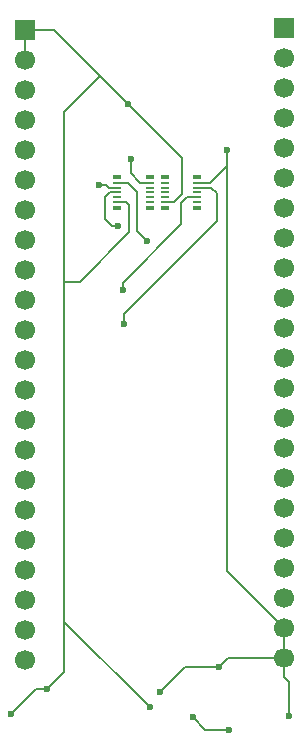
<source format=gbr>
%TF.GenerationSoftware,KiCad,Pcbnew,9.0.2*%
%TF.CreationDate,2025-06-27T21:37:16+02:00*%
%TF.ProjectId,flex_aufsatz,666c6578-5f61-4756-9673-61747a2e6b69,rev?*%
%TF.SameCoordinates,Original*%
%TF.FileFunction,Copper,L2,Bot*%
%TF.FilePolarity,Positive*%
%FSLAX46Y46*%
G04 Gerber Fmt 4.6, Leading zero omitted, Abs format (unit mm)*
G04 Created by KiCad (PCBNEW 9.0.2) date 2025-06-27 21:37:16*
%MOMM*%
%LPD*%
G01*
G04 APERTURE LIST*
%TA.AperFunction,Conductor*%
%ADD10C,0.200000*%
%TD*%
%TA.AperFunction,ComponentPad*%
%ADD11R,1.700000X1.700000*%
%TD*%
%TA.AperFunction,ComponentPad*%
%ADD12C,1.700000*%
%TD*%
%TA.AperFunction,SMDPad,CuDef*%
%ADD13R,0.660000X0.230000*%
%TD*%
%TA.AperFunction,SMDPad,CuDef*%
%ADD14R,0.660000X0.350000*%
%TD*%
%TA.AperFunction,ViaPad*%
%ADD15C,0.600000*%
%TD*%
G04 APERTURE END LIST*
D10*
%TO.N,/MIC_CLK0*%
X104550000Y-113925000D02*
X104375000Y-114075000D01*
%TO.N,GND*%
X111950000Y-113125000D02*
X113025000Y-113125000D01*
X107900000Y-113125000D02*
X107125000Y-113125000D01*
%TO.N,+3.3V*%
X109250000Y-114725000D02*
X109950000Y-114725000D01*
%TO.N,/MIC_CLK1*%
X111950000Y-114325000D02*
X111075000Y-114325000D01*
%TO.N,/MIC_DOUT_2*%
X111950000Y-113525000D02*
X113050000Y-113525000D01*
%TO.N,+3.3V*%
X105175000Y-114725000D02*
X105900000Y-114725000D01*
%TO.N,/MIC_DOUT_1*%
X104450000Y-113525000D02*
X104300000Y-113375000D01*
X105250000Y-113525000D02*
X104450000Y-113525000D01*
%TO.N,/MIC_CLK0*%
X104550000Y-113925000D02*
X105250000Y-113925000D01*
%TO.N,/MIC_DOUT_0*%
X105200000Y-113100000D02*
X105900000Y-113100000D01*
%TD*%
D11*
%TO.P,J1,1,Pin_1*%
%TO.N,+3.3V*%
X97400000Y-100160000D03*
D12*
%TO.P,J1,2,Pin_2*%
X97400000Y-102700000D03*
%TO.P,J1,3,Pin_3*%
%TO.N,unconnected-(J1-Pin_3-Pad3)*%
X97400000Y-105240000D03*
%TO.P,J1,4,Pin_4*%
%TO.N,/WS*%
X97400000Y-107780000D03*
%TO.P,J1,5,Pin_5*%
%TO.N,/BCLK*%
X97400000Y-110320000D03*
%TO.P,J1,6,Pin_6*%
%TO.N,unconnected-(J1-Pin_6-Pad6)*%
X97400000Y-112860000D03*
%TO.P,J1,7,Pin_7*%
%TO.N,unconnected-(J1-Pin_7-Pad7)*%
X97400000Y-115400000D03*
%TO.P,J1,8,Pin_8*%
%TO.N,unconnected-(J1-Pin_8-Pad8)*%
X97400000Y-117940000D03*
%TO.P,J1,9,Pin_9*%
%TO.N,unconnected-(J1-Pin_9-Pad9)*%
X97400000Y-120480000D03*
%TO.P,J1,10,Pin_10*%
%TO.N,unconnected-(J1-Pin_10-Pad10)*%
X97400000Y-123020000D03*
%TO.P,J1,11,Pin_11*%
%TO.N,unconnected-(J1-Pin_11-Pad11)*%
X97400000Y-125560000D03*
%TO.P,J1,12,Pin_12*%
%TO.N,unconnected-(J1-Pin_12-Pad12)*%
X97400000Y-128100000D03*
%TO.P,J1,13,Pin_13*%
%TO.N,unconnected-(J1-Pin_13-Pad13)*%
X97400000Y-130640000D03*
%TO.P,J1,14,Pin_14*%
%TO.N,unconnected-(J1-Pin_14-Pad14)*%
X97400000Y-133180000D03*
%TO.P,J1,15,Pin_15*%
%TO.N,unconnected-(J1-Pin_15-Pad15)*%
X97400000Y-135720000D03*
%TO.P,J1,16,Pin_16*%
%TO.N,unconnected-(J1-Pin_16-Pad16)*%
X97400000Y-138260000D03*
%TO.P,J1,17,Pin_17*%
%TO.N,unconnected-(J1-Pin_17-Pad17)*%
X97400000Y-140800000D03*
%TO.P,J1,18,Pin_18*%
%TO.N,/TDM_DATA*%
X97400000Y-143340000D03*
%TO.P,J1,19,Pin_19*%
%TO.N,unconnected-(J1-Pin_19-Pad19)*%
X97400000Y-145880000D03*
%TO.P,J1,20,Pin_20*%
%TO.N,unconnected-(J1-Pin_20-Pad20)*%
X97400000Y-148420000D03*
%TO.P,J1,21,Pin_21*%
%TO.N,unconnected-(J1-Pin_21-Pad21)*%
X97400000Y-150960000D03*
%TO.P,J1,22,Pin_22*%
%TO.N,GND*%
X97400000Y-153500000D03*
%TD*%
D11*
%TO.P,J2,1,Pin_1*%
%TO.N,GND*%
X119300000Y-100000000D03*
D12*
%TO.P,J2,2,Pin_2*%
%TO.N,unconnected-(J2-Pin_2-Pad2)*%
X119300000Y-102540000D03*
%TO.P,J2,3,Pin_3*%
%TO.N,unconnected-(J2-Pin_3-Pad3)*%
X119300000Y-105080000D03*
%TO.P,J2,4,Pin_4*%
%TO.N,unconnected-(J2-Pin_4-Pad4)*%
X119300000Y-107620000D03*
%TO.P,J2,5,Pin_5*%
%TO.N,unconnected-(J2-Pin_5-Pad5)*%
X119300000Y-110160000D03*
%TO.P,J2,6,Pin_6*%
%TO.N,unconnected-(J2-Pin_6-Pad6)*%
X119300000Y-112700000D03*
%TO.P,J2,7,Pin_7*%
%TO.N,unconnected-(J2-Pin_7-Pad7)*%
X119300000Y-115240000D03*
%TO.P,J2,8,Pin_8*%
%TO.N,unconnected-(J2-Pin_8-Pad8)*%
X119300000Y-117780000D03*
%TO.P,J2,9,Pin_9*%
%TO.N,unconnected-(J2-Pin_9-Pad9)*%
X119300000Y-120320000D03*
%TO.P,J2,10,Pin_10*%
%TO.N,unconnected-(J2-Pin_10-Pad10)*%
X119300000Y-122860000D03*
%TO.P,J2,11,Pin_11*%
%TO.N,unconnected-(J2-Pin_11-Pad11)*%
X119300000Y-125400000D03*
%TO.P,J2,12,Pin_12*%
%TO.N,unconnected-(J2-Pin_12-Pad12)*%
X119300000Y-127940000D03*
%TO.P,J2,13,Pin_13*%
%TO.N,unconnected-(J2-Pin_13-Pad13)*%
X119300000Y-130480000D03*
%TO.P,J2,14,Pin_14*%
%TO.N,unconnected-(J2-Pin_14-Pad14)*%
X119300000Y-133020000D03*
%TO.P,J2,15,Pin_15*%
%TO.N,unconnected-(J2-Pin_15-Pad15)*%
X119300000Y-135560000D03*
%TO.P,J2,16,Pin_16*%
%TO.N,unconnected-(J2-Pin_16-Pad16)*%
X119300000Y-138100000D03*
%TO.P,J2,17,Pin_17*%
%TO.N,unconnected-(J2-Pin_17-Pad17)*%
X119300000Y-140640000D03*
%TO.P,J2,18,Pin_18*%
%TO.N,unconnected-(J2-Pin_18-Pad18)*%
X119300000Y-143180000D03*
%TO.P,J2,19,Pin_19*%
%TO.N,unconnected-(J2-Pin_19-Pad19)*%
X119300000Y-145720000D03*
%TO.P,J2,20,Pin_20*%
%TO.N,unconnected-(J2-Pin_20-Pad20)*%
X119300000Y-148260000D03*
%TO.P,J2,21,Pin_21*%
%TO.N,GND*%
X119300000Y-150800000D03*
%TO.P,J2,22,Pin_22*%
X119300000Y-153340000D03*
%TD*%
D13*
%TO.P,J4,1,1*%
%TO.N,+3.3V*%
X109240000Y-114725000D03*
%TO.P,J4,2,2*%
%TO.N,unconnected-(J4-Pad2)*%
X111950000Y-114725000D03*
%TO.P,J4,3,3*%
%TO.N,unconnected-(J4-Pad3)*%
X109240000Y-114325000D03*
%TO.P,J4,4,4*%
%TO.N,/MIC_CLK1*%
X111950000Y-114325000D03*
%TO.P,J4,5,5*%
%TO.N,unconnected-(J4-Pad5)*%
X109240000Y-113925000D03*
%TO.P,J4,6,6*%
%TO.N,unconnected-(J4-Pad6)*%
X111950000Y-113925000D03*
%TO.P,J4,7,7*%
%TO.N,unconnected-(J4-Pad7)*%
X109240000Y-113525000D03*
%TO.P,J4,8,8*%
%TO.N,/MIC_DOUT_2*%
X111950000Y-113525000D03*
%TO.P,J4,9,9*%
%TO.N,unconnected-(J4-Pad9)*%
X109240000Y-113125000D03*
%TO.P,J4,10,10*%
%TO.N,GND*%
X111950000Y-113125000D03*
D14*
%TO.P,J4,SH1*%
%TO.N,N/C*%
X109240000Y-115200000D03*
%TO.P,J4,SH2*%
X111950000Y-115200000D03*
%TO.P,J4,SH3*%
X109240000Y-112650000D03*
%TO.P,J4,SH4*%
X111950000Y-112650000D03*
%TD*%
D13*
%TO.P,J3,1,1*%
%TO.N,+3.3V*%
X105190000Y-114725000D03*
%TO.P,J3,2,2*%
%TO.N,unconnected-(J3-Pad2)*%
X107900000Y-114725000D03*
%TO.P,J3,3,3*%
%TO.N,unconnected-(J3-Pad3)*%
X105190000Y-114325000D03*
%TO.P,J3,4,4*%
%TO.N,unconnected-(J3-Pad4)*%
X107900000Y-114325000D03*
%TO.P,J3,5,5*%
%TO.N,/MIC_CLK0*%
X105190000Y-113925000D03*
%TO.P,J3,6,6*%
%TO.N,unconnected-(J3-Pad6)*%
X107900000Y-113925000D03*
%TO.P,J3,7,7*%
%TO.N,/MIC_DOUT_1*%
X105190000Y-113525000D03*
%TO.P,J3,8,8*%
%TO.N,unconnected-(J3-Pad8)*%
X107900000Y-113525000D03*
%TO.P,J3,9,9*%
%TO.N,/MIC_DOUT_0*%
X105190000Y-113125000D03*
%TO.P,J3,10,10*%
%TO.N,GND*%
X107900000Y-113125000D03*
D14*
%TO.P,J3,SH1*%
%TO.N,N/C*%
X105190000Y-115200000D03*
%TO.P,J3,SH2*%
X107900000Y-115200000D03*
%TO.P,J3,SH3*%
X105190000Y-112650000D03*
%TO.P,J3,SH4*%
X107900000Y-112650000D03*
%TD*%
D15*
%TO.N,GND*%
X114450000Y-110325000D03*
X106300000Y-111050000D03*
%TO.N,/MIC_CLK1*%
X105625000Y-122150000D03*
%TO.N,/MIC_DOUT_1*%
X103625000Y-113275000D03*
%TO.N,+3.3V*%
X107950000Y-157500000D03*
X106075000Y-106425000D03*
X111550000Y-158350000D03*
X96150000Y-158100000D03*
X99250000Y-155950000D03*
X114600000Y-159399000D03*
%TO.N,GND*%
X108750000Y-156250000D03*
X119700000Y-158250000D03*
X113800000Y-154100000D03*
%TO.N,/MIC_CLK0*%
X105200000Y-116750000D03*
%TO.N,/MIC_DOUT_0*%
X107700000Y-118050000D03*
%TO.N,/MIC_DOUT_2*%
X105700000Y-125050000D03*
%TD*%
D10*
%TO.N,/MIC_CLK0*%
X104150000Y-114300000D02*
X104375000Y-114075000D01*
X104725000Y-116750000D02*
X104150000Y-116175000D01*
X105200000Y-116750000D02*
X104725000Y-116750000D01*
X104150000Y-116175000D02*
X104150000Y-114300000D01*
%TO.N,/MIC_DOUT_0*%
X106825000Y-117175000D02*
X107700000Y-118050000D01*
X106075000Y-113100000D02*
X106825000Y-113850000D01*
X105900000Y-113100000D02*
X106075000Y-113100000D01*
X106825000Y-113850000D02*
X106825000Y-117175000D01*
%TO.N,GND*%
X114450000Y-145950000D02*
X119300000Y-150800000D01*
X114450000Y-111700000D02*
X114450000Y-145950000D01*
X114450000Y-111700000D02*
X114450000Y-110325000D01*
X113925000Y-112225000D02*
X114450000Y-111700000D01*
X113025000Y-113125000D02*
X113925000Y-112225000D01*
X106300000Y-112300000D02*
X106300000Y-111050000D01*
X107125000Y-113125000D02*
X106300000Y-112300000D01*
%TO.N,+3.3V*%
X110650000Y-114025000D02*
X110212500Y-114462500D01*
X110650000Y-111000000D02*
X110650000Y-114025000D01*
X110212500Y-114462500D02*
X109950000Y-114725000D01*
X110550000Y-114125000D02*
X110212500Y-114462500D01*
X106075000Y-106425000D02*
X110650000Y-111000000D01*
%TO.N,/MIC_CLK1*%
X110575000Y-114825000D02*
X111075000Y-114325000D01*
X110575000Y-116625000D02*
X110575000Y-114825000D01*
X105625000Y-121575000D02*
X110575000Y-116625000D01*
X105625000Y-122150000D02*
X105625000Y-121575000D01*
%TO.N,/MIC_DOUT_2*%
X105700000Y-124200000D02*
X105700000Y-125050000D01*
X113575000Y-116325000D02*
X105700000Y-124200000D01*
X113575000Y-113975000D02*
X113575000Y-116325000D01*
X113125000Y-113525000D02*
X113575000Y-113975000D01*
X113050000Y-113525000D02*
X113125000Y-113525000D01*
%TO.N,+3.3V*%
X106200000Y-117275000D02*
X106200000Y-115025000D01*
X102000000Y-121475000D02*
X106200000Y-117275000D01*
X106200000Y-115025000D02*
X105900000Y-114725000D01*
X100700000Y-121475000D02*
X102000000Y-121475000D01*
%TO.N,/MIC_DOUT_1*%
X104200000Y-113275000D02*
X103625000Y-113275000D01*
X104300000Y-113375000D02*
X104200000Y-113275000D01*
%TO.N,+3.3V*%
X100700000Y-121475000D02*
X100700000Y-107150000D01*
X100700000Y-107150000D02*
X103750000Y-104100000D01*
X100700000Y-149900000D02*
X100700000Y-121475000D01*
X112599000Y-159399000D02*
X114600000Y-159399000D01*
X112599000Y-159399000D02*
X111550000Y-158350000D01*
X98300000Y-155950000D02*
X96150000Y-158100000D01*
X97400000Y-100160000D02*
X97400000Y-102700000D01*
X97400000Y-100160000D02*
X99810000Y-100160000D01*
X100700000Y-154500000D02*
X100700000Y-149900000D01*
X102200000Y-102550000D02*
X103750000Y-104100000D01*
X100700000Y-150250000D02*
X100700000Y-149900000D01*
X99250000Y-155950000D02*
X98300000Y-155950000D01*
X99810000Y-100160000D02*
X102200000Y-102550000D01*
X103750000Y-104100000D02*
X106075000Y-106425000D01*
X107950000Y-157500000D02*
X100700000Y-150250000D01*
X99250000Y-155950000D02*
X100700000Y-154500000D01*
%TO.N,GND*%
X114560000Y-153340000D02*
X113800000Y-154100000D01*
X110900000Y-154100000D02*
X113800000Y-154100000D01*
X119700000Y-158250000D02*
X119700000Y-155350000D01*
X119300000Y-153340000D02*
X119300000Y-150800000D01*
X119300000Y-153340000D02*
X114560000Y-153340000D01*
X119700000Y-155350000D02*
X119300000Y-154950000D01*
X119300000Y-154950000D02*
X119300000Y-153340000D01*
X108750000Y-156250000D02*
X110900000Y-154100000D01*
%TD*%
M02*

</source>
